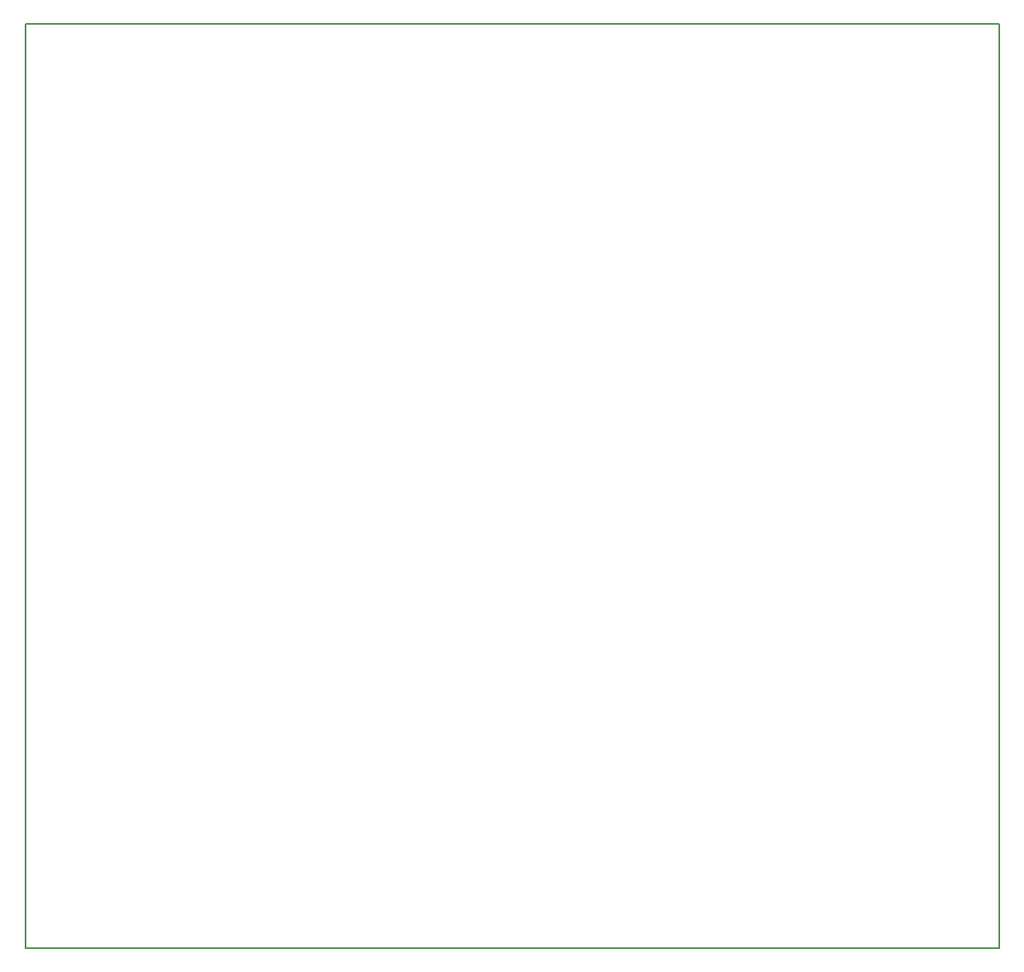
<source format=gbr>
%TF.GenerationSoftware,KiCad,Pcbnew,6.0.2+dfsg-1*%
%TF.CreationDate,2024-04-05T14:20:16-05:00*%
%TF.ProjectId,Dick Smith RDF KK-8345,4469636b-2053-46d6-9974-682052444620,001*%
%TF.SameCoordinates,Original*%
%TF.FileFunction,Profile,NP*%
%FSLAX46Y46*%
G04 Gerber Fmt 4.6, Leading zero omitted, Abs format (unit mm)*
G04 Created by KiCad (PCBNEW 6.0.2+dfsg-1) date 2024-04-05 14:20:16*
%MOMM*%
%LPD*%
G01*
G04 APERTURE LIST*
%TA.AperFunction,Profile*%
%ADD10C,0.200000*%
%TD*%
G04 APERTURE END LIST*
D10*
X99000000Y-44500000D02*
X199000000Y-44500000D01*
X199000000Y-44500000D02*
X199000000Y-139500000D01*
X199000000Y-139500000D02*
X99000000Y-139500000D01*
X99000000Y-139500000D02*
X99000000Y-44500000D01*
M02*

</source>
